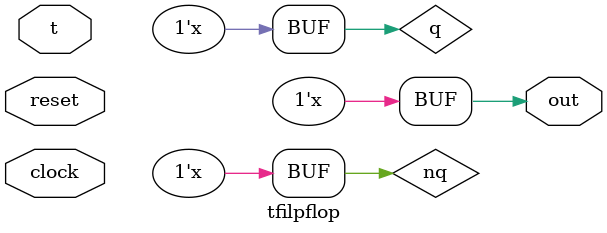
<source format=v>
module tfilpflop (clock,reset, t,out);
    output out;
    input t,clock,reset;
    reg nq,q;
    initial
       begin
        nq=1'b1;
        q=1'b0;
       end
     always @ (clock)
        begin
            if(clock)
                 begin
                   if (t==1'b0) begin nq=nq; q=q; end
                   else begin nq=~nq; q=~q; end
                 end
         end
    assign out = q;
endmodule

</source>
